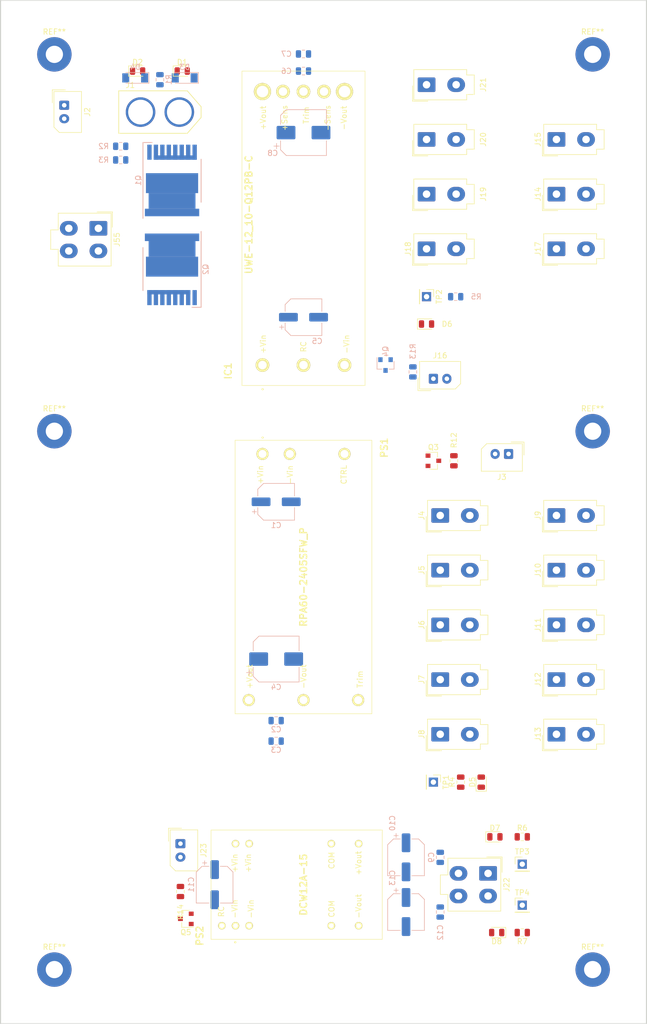
<source format=kicad_pcb>
(kicad_pcb (version 20171130) (host pcbnew "(5.0.2)-1")
  (layers (0 F.Cu signal) (31 B.Cu signal) (34 B.Paste user) (35 F.Paste user) (36 B.SilkS user) (37 F.SilkS user) (38 B.Mask user) (39 F.Mask user) (44 Edge.Cuts user))
  (net 0 "")
  (net 1 -BattDigit)
  (net 2 +BattDigit)
  (net 3 "Net-(C2-Pad1)")
  (net 4 "Net-(C6-Pad1)")
  (net 5 "Net-(C10-Pad1)")
  (net 6 "Net-(C12-Pad2)")
  (net 7 "Net-(D1-Pad2)")
  (net 8 /logika_main/-Batt)
  (net 9 "Net-(D5-Pad1)")
  (net 10 "Net-(D6-Pad2)")
  (net 11 "Net-(D7-Pad2)")
  (net 12 "Net-(D8-Pad1)")
  (net 13 "Net-(IC1-Pad2)")
  (net 14 "Net-(J2-Pad1)")
  (net 15 "Net-(J3-Pad1)")
  (net 16 "Net-(J10-Pad2)")
  (net 17 "Net-(J16-Pad1)")
  (net 18 "Net-(J23-Pad1)")
  (net 19 "Net-(PS1-Pad3)")
  (net 20 "Net-(PS2-Pad1)")
  (net 21 "Net-(Q1-Pad1)")
  (net 22 "Net-(Q1-Pad3)")
  (net 23 "Net-(D2-Pad1)")
  (net 24 "Net-(D3-Pad2)")
  (net 25 "Net-(Q3-Pad1)")
  (net 26 "Net-(Q4-Pad1)")
  (net 27 "Net-(Q5-Pad1)")
  (module MountingHole:MountingHole_3.2mm_M3_Pad (layer F.Cu) (at 135 35)
    (fp_text reference REF** (at 0 -4.2) (layer F.SilkS))
    (fp_text value MountingHole_3.2mm_M3_Pad)
    (pad 1 thru_hole circle (at 0 0) (size 6.4 6.4) (drill 3.2) (layers *.Cu *.Mask))
  )
  (module MountingHole:MountingHole_3.2mm_M3_Pad (layer F.Cu) (at 35 35)
    (fp_text reference REF** (at 0 -4.2) (layer F.SilkS))
    (fp_text value MountingHole_3.2mm_M3_Pad)
    (pad 1 thru_hole circle (at 0 0) (size 6.4 6.4) (drill 3.2) (layers *.Cu *.Mask))
  )
  (module MountingHole:MountingHole_3.2mm_M3_Pad (layer F.Cu) (at 35 105)
    (fp_text reference REF** (at 0 -4.2) (layer F.SilkS))
    (fp_text value MountingHole_3.2mm_M3_Pad)
    (pad 1 thru_hole circle (at 0 0) (size 6.4 6.4) (drill 3.2) (layers *.Cu *.Mask))
  )
  (module MountingHole:MountingHole_3.2mm_M3_Pad (layer F.Cu) (at 135 105)
    (fp_text reference REF** (at 0 -4.2) (layer F.SilkS))
    (fp_text value MountingHole_3.2mm_M3_Pad)
    (pad 1 thru_hole circle (at 0 0) (size 6.4 6.4) (drill 3.2) (layers *.Cu *.Mask))
  )
  (module MountingHole:MountingHole_3.2mm_M3_Pad (layer F.Cu) (at 135 205)
    (fp_text reference REF** (at 0 -4.2) (layer F.SilkS))
    (fp_text value MountingHole_3.2mm_M3_Pad)
    (pad 1 thru_hole circle (at 0 0) (size 6.4 6.4) (drill 3.2) (layers *.Cu *.Mask))
  )
  (module Capacitor_SMD:CP_Elec_6.3x5.4 (layer B.Cu) (at 76.2 118.11)
    (fp_text reference C1 (at 0 4.35) (layer B.SilkS) (effects (justify mirror)))
    (fp_text value 33uF)
    (pad 2 smd roundrect (at 2.8 0) (size 3.5 1.6) (layers B.Cu B.Paste B.Mask) (roundrect_rratio 0.15625) (net 1 -BattDigit))
    (pad 1 smd roundrect (at -2.8 0) (size 3.5 1.6) (layers B.Cu B.Paste B.Mask) (roundrect_rratio 0.15625) (net 2 +BattDigit))
  )
  (module Capacitor_SMD:C_0805_2012Metric (layer B.Cu) (at 76.2 158.75)
    (fp_text reference C2 (at 0 1.65) (layer B.SilkS) (effects (justify mirror)))
    (fp_text value 100nF)
    (pad 2 smd roundrect (at 0.9375 0) (size 0.975 1.4) (layers B.Cu B.Paste B.Mask) (net 1 -BattDigit))
    (pad 1 smd roundrect (at -0.9375 0) (size 0.975 1.4) (layers B.Cu B.Paste B.Mask) (net 3 "Net-(C2-Pad1)"))
  )
  (module Capacitor_SMD:C_0805_2012Metric (layer B.Cu) (at 76.2 162.56)
    (fp_text reference C3 (at 0 1.65) (layer B.SilkS) (effects (justify mirror)))
    (fp_text value 10uF)
    (pad 1 smd roundrect (at -0.9375 0) (size 0.975 1.4) (layers B.Cu B.Paste B.Mask) (net 3 "Net-(C2-Pad1)"))
    (pad 2 smd roundrect (at 0.9375 0) (size 0.975 1.4) (layers B.Cu B.Paste B.Mask) (net 1 -BattDigit))
  )
  (module Capacitor_SMD:CP_Elec_8x10 (layer B.Cu) (at 76.2 147.32)
    (fp_text reference C4 (at 0 5.2) (layer B.SilkS) (effects (justify mirror)))
    (fp_text value 200uF)
    (pad 1 smd roundrect (at -3.25 0) (size 3.5 2.5) (layers B.Cu B.Paste B.Mask) (roundrect_rratio 0.1) (net 3 "Net-(C2-Pad1)"))
    (pad 2 smd roundrect (at 3.25 0) (size 3.5 2.5) (layers B.Cu B.Paste B.Mask) (roundrect_rratio 0.1) (net 1 -BattDigit))
  )
  (module Capacitor_SMD:CP_Elec_6.3x5.4 (layer B.Cu) (at 81.28 83.82)
    (fp_text reference C5 (at 2.54 4.445) (layer B.SilkS) (effects (justify mirror)))
    (fp_text value 33uF)
    (pad 1 smd roundrect (at -2.8 0) (size 3.5 1.6) (layers B.Cu B.Paste B.Mask) (roundrect_rratio 0.15625) (net 2 +BattDigit))
    (pad 2 smd roundrect (at 2.8 0) (size 3.5 1.6) (layers B.Cu B.Paste B.Mask) (roundrect_rratio 0.15625) (net 1 -BattDigit))
  )
  (module Capacitor_SMD:C_0805_2012Metric (layer B.Cu) (at 81.28 38.1)
    (fp_text reference C6 (at -3.175 0) (layer B.SilkS) (effects (justify mirror)))
    (fp_text value 100nF)
    (pad 2 smd roundrect (at 0.9375 0) (size 0.975 1.4) (layers B.Cu B.Paste B.Mask) (net 1 -BattDigit))
    (pad 1 smd roundrect (at -0.9375 0) (size 0.975 1.4) (layers B.Cu B.Paste B.Mask) (net 4 "Net-(C6-Pad1)"))
  )
  (module Capacitor_SMD:C_0805_2012Metric (layer B.Cu) (at 81.28 34.925)
    (fp_text reference C7 (at -3.175 0) (layer B.SilkS) (effects (justify mirror)))
    (fp_text value 10uF)
    (pad 1 smd roundrect (at -0.9375 0) (size 0.975 1.4) (layers B.Cu B.Paste B.Mask) (net 4 "Net-(C6-Pad1)"))
    (pad 2 smd roundrect (at 0.9375 0) (size 0.975 1.4) (layers B.Cu B.Paste B.Mask) (net 1 -BattDigit))
  )
  (module Capacitor_SMD:CP_Elec_8x10 (layer B.Cu) (at 81.28 49.53)
    (fp_text reference C8 (at -5.715 3.81) (layer B.SilkS) (effects (justify mirror)))
    (fp_text value 200uF)
    (pad 1 smd roundrect (at -3.25 0) (size 3.5 2.5) (layers B.Cu B.Paste B.Mask) (roundrect_rratio 0.1) (net 4 "Net-(C6-Pad1)"))
    (pad 2 smd roundrect (at 3.25 0) (size 3.5 2.5) (layers B.Cu B.Paste B.Mask) (roundrect_rratio 0.1) (net 1 -BattDigit))
  )
  (module Capacitor_SMD:C_0805_2012Metric (layer B.Cu) (at 106.68 184.15 270)
    (fp_text reference C9 (at 0 1.65 270) (layer B.SilkS) (effects (justify mirror)))
    (fp_text value 100nF)
    (pad 1 smd roundrect (at -0.9375 0 270) (size 0.975 1.4) (layers B.Cu B.Paste B.Mask) (net 5 "Net-(C10-Pad1)"))
    (pad 2 smd roundrect (at 0.9375 0 270) (size 0.975 1.4) (layers B.Cu B.Paste B.Mask) (net 1 -BattDigit))
  )
  (module Capacitor_SMD:CP_Elec_6.3x7.7 (layer B.Cu) (at 100.33 184.15 270)
    (fp_text reference C10 (at -6.35 2.54 270) (layer B.SilkS) (effects (justify mirror)))
    (fp_text value 100uF)
    (pad 2 smd roundrect (at 2.7 0 270) (size 3.5 1.6) (layers B.Cu B.Paste B.Mask) (roundrect_rratio 0.15625) (net 1 -BattDigit))
    (pad 1 smd roundrect (at -2.7 0 270) (size 3.5 1.6) (layers B.Cu B.Paste B.Mask) (roundrect_rratio 0.15625) (net 5 "Net-(C10-Pad1)"))
  )
  (module Capacitor_SMD:CP_Elec_6.3x5.4 (layer B.Cu) (at 64.77 189.23 270)
    (fp_text reference C11 (at 0 4.35 270) (layer B.SilkS) (effects (justify mirror)))
    (fp_text value 33uF)
    (pad 2 smd roundrect (at 2.8 0 270) (size 3.5 1.6) (layers B.Cu B.Paste B.Mask) (roundrect_rratio 0.15625) (net 1 -BattDigit))
    (pad 1 smd roundrect (at -2.8 0 270) (size 3.5 1.6) (layers B.Cu B.Paste B.Mask) (roundrect_rratio 0.15625) (net 2 +BattDigit))
  )
  (module Capacitor_SMD:C_0805_2012Metric (layer B.Cu) (at 106.68 194.31 270)
    (fp_text reference C12 (at 3.81 0 270) (layer B.SilkS) (effects (justify mirror)))
    (fp_text value 100nF)
    (pad 2 smd roundrect (at 0.9375 0 270) (size 0.975 1.4) (layers B.Cu B.Paste B.Mask) (net 6 "Net-(C12-Pad2)"))
    (pad 1 smd roundrect (at -0.9375 0 270) (size 0.975 1.4) (layers B.Cu B.Paste B.Mask) (net 1 -BattDigit))
  )
  (module Capacitor_SMD:CP_Elec_6.3x7.7 (layer B.Cu) (at 100.33 194.31 270)
    (fp_text reference C13 (at -6.35 2.54 270) (layer B.SilkS) (effects (justify mirror)))
    (fp_text value 100uF)
    (pad 1 smd roundrect (at -2.7 0 270) (size 3.5 1.6) (layers B.Cu B.Paste B.Mask) (roundrect_rratio 0.15625) (net 1 -BattDigit))
    (pad 2 smd roundrect (at 2.7 0 270) (size 3.5 1.6) (layers B.Cu B.Paste B.Mask) (roundrect_rratio 0.15625) (net 6 "Net-(C12-Pad2)"))
  )
  (module LED_SMD:LED_0805_2012Metric (layer F.Cu) (at 58.7525 38.1)
    (fp_text reference D1 (at 0 -1.65) (layer F.SilkS))
    (fp_text value LED_G)
    (pad 1 smd roundrect (at -0.9375 0) (size 0.975 1.4) (layers F.Cu F.Paste F.Mask) (net 8 /logika_main/-Batt))
    (pad 2 smd roundrect (at 0.9375 0) (size 0.975 1.4) (layers F.Cu F.Paste F.Mask) (net 7 "Net-(D1-Pad2)"))
  )
  (module LED_SMD:LED_0805_2012Metric (layer F.Cu) (at 50.4675 38.1)
    (fp_text reference D2 (at 0 -1.65) (layer F.SilkS))
    (fp_text value LED_R)
    (pad 2 smd roundrect (at 0.9375 0) (size 0.975 1.4) (layers F.Cu F.Paste F.Mask) (net 8 /logika_main/-Batt))
    (pad 1 smd roundrect (at -0.9375 0) (size 0.975 1.4) (layers F.Cu F.Paste F.Mask) (net 23 "Net-(D2-Pad1)"))
  )
  (module Diode_SMD:D_MiniMELF (layer B.Cu) (at 59.21 39.37 180)
    (fp_text reference D3 (at 0 2 180) (layer B.SilkS) (effects (justify mirror)))
    (fp_text value BAT48)
    (pad 2 smd rect (at 1.75 0 180) (size 1.3 1.7) (layers B.Cu B.Paste B.Mask) (net 24 "Net-(D3-Pad2)"))
    (pad 1 smd rect (at -1.75 0 180) (size 1.3 1.7) (layers B.Cu B.Paste B.Mask) (net 7 "Net-(D1-Pad2)"))
  )
  (module Diode_SMD:D_MiniMELF (layer B.Cu) (at 50.01 39.37 180)
    (fp_text reference D4 (at 0 2 180) (layer B.SilkS) (effects (justify mirror)))
    (fp_text value BAT48)
    (pad 2 smd rect (at 1.75 0 180) (size 1.3 1.7) (layers B.Cu B.Paste B.Mask) (net 23 "Net-(D2-Pad1)"))
    (pad 1 smd rect (at -1.75 0 180) (size 1.3 1.7) (layers B.Cu B.Paste B.Mask) (net 24 "Net-(D3-Pad2)"))
  )
  (module LED_SMD:LED_0805_2012Metric (layer F.Cu) (at 114.3 170.18 90)
    (fp_text reference D5 (at 0 -1.65 90) (layer F.SilkS))
    (fp_text value LED_B)
    (pad 1 smd roundrect (at -0.9375 0 90) (size 0.975 1.4) (layers F.Cu F.Paste F.Mask) (net 9 "Net-(D5-Pad1)"))
    (pad 2 smd roundrect (at 0.9375 0 90) (size 0.975 1.4) (layers F.Cu F.Paste F.Mask) (net 3 "Net-(C2-Pad1)"))
  )
  (module LED_SMD:LED_0805_2012Metric (layer F.Cu) (at 104.14 85.09)
    (fp_text reference D6 (at 3.81 0) (layer F.SilkS))
    (fp_text value LED_B)
    (pad 2 smd roundrect (at 0.9375 0) (size 0.975 1.4) (layers F.Cu F.Paste F.Mask) (net 10 "Net-(D6-Pad2)"))
    (pad 1 smd roundrect (at -0.9375 0) (size 0.975 1.4) (layers F.Cu F.Paste F.Mask) (net 1 -BattDigit))
  )
  (module LED_SMD:LED_0805_2012Metric (layer F.Cu) (at 116.84 180.34)
    (fp_text reference D7 (at 0 -1.65) (layer F.SilkS))
    (fp_text value LED_B)
    (pad 1 smd roundrect (at -0.9375 0) (size 0.975 1.4) (layers F.Cu F.Paste F.Mask) (net 1 -BattDigit))
    (pad 2 smd roundrect (at 0.9375 0) (size 0.975 1.4) (layers F.Cu F.Paste F.Mask) (net 11 "Net-(D7-Pad2)"))
  )
  (module LED_SMD:LED_0805_2012Metric (layer F.Cu) (at 117.1725 198.12 180)
    (fp_text reference D8 (at 0 -1.65 180) (layer F.SilkS))
    (fp_text value LED_B)
    (pad 1 smd roundrect (at -0.9375 0 180) (size 0.975 1.4) (layers F.Cu F.Paste F.Mask) (net 12 "Net-(D8-Pad1)"))
    (pad 2 smd roundrect (at 0.9375 0 180) (size 0.975 1.4) (layers F.Cu F.Paste F.Mask) (net 1 -BattDigit))
  )
  (module UWE-12_10-Q12P-C:UWE-12_10-Q12P-C (layer F.Cu) (at 81.28 67.31 90)
    (fp_text reference IC1 (at -26.5 -14 90) (layer F.SilkS) (effects (font (size 1.27 1.27) (thickness 0.254))))
    (fp_text value UWE-12_10-Q12PB-C (at 2.54 -10.16 90) (layer F.SilkS) (effects (font (size 1.27 1.27) (thickness 0.254))))
    (fp_text user Trim (at 21 0.5 90) (layer F.SilkS))
    (fp_text user -Sens (at 20.5 4.5 90) (layer F.SilkS))
    (fp_text user +Sens (at 20.5 -3.5 90) (layer F.SilkS))
    (fp_text user +Vout (at 20.5 -7.5 90) (layer F.SilkS))
    (fp_text user -Vout (at 20.5 7.5 90) (layer F.SilkS))
    (fp_text user RC (at -22 0 90) (layer F.SilkS))
    (fp_text user -Vin (at -21.5 8 90) (layer F.SilkS))
    (fp_text user +Vin (at -21.5 -7.5 90) (layer F.SilkS))
    (pad 8 thru_hole circle (at 25.4 -7.62 180) (size 3.2 3.2) (drill 2.1336) (layers *.Cu *.Mask F.SilkS) (net 4 "Net-(C6-Pad1)"))
    (pad 7 thru_hole circle (at 25.4 -3.81 180) (size 2.54 2.54) (drill 1.5748) (layers *.Cu *.Mask F.SilkS) (net 4 "Net-(C6-Pad1)"))
    (pad 6 thru_hole circle (at 25.4 0 180) (size 2.54 2.54) (drill 1.5748) (layers *.Cu *.Mask F.SilkS))
    (pad 5 thru_hole circle (at 25.4 3.81 180) (size 2.54 2.54) (drill 1.5748) (layers *.Cu *.Mask F.SilkS) (net 1 -BattDigit))
    (pad 4 thru_hole circle (at 25.4 7.62 180) (size 3.2 3.2) (drill 2.1336) (layers *.Cu *.Mask F.SilkS) (net 1 -BattDigit))
    (pad 3 thru_hole circle (at -25.4 7.62 180) (size 2.54 2.54) (drill 1.5748) (layers *.Cu *.Mask F.SilkS) (net 1 -BattDigit))
    (pad 2 thru_hole circle (at -25.4 0 180) (size 2.54 2.54) (drill 1.5748) (layers *.Cu *.Mask F.SilkS) (net 13 "Net-(IC1-Pad2)"))
    (pad 1 thru_hole circle (at -25.4 -7.62 180) (size 2.54 2.54) (drill 1.5748) (layers *.Cu *.Mask F.SilkS) (net 2 +BattDigit))
  )
  (module power_connectors:XT60UPB-M (layer F.Cu) (at 54.61 45.72)
    (fp_text reference J1 (at -5.5 -5) (layer F.SilkS))
    (fp_text value "Battery digital")
    (pad 1 thru_hole circle (at -3.6 0) (size 5.5 5.5) (drill 4.6) (layers *.Cu *.Mask) (net 2 +BattDigit))
    (pad 2 thru_hole circle (at 3.6 0) (size 5.5 5.5) (drill 4.6) (layers *.Cu *.Mask) (net 8 /logika_main/-Batt))
  )
  (module Connector_Molex:Molex_SPOX_5267-02A_1x02_P2.50mm_Vertical (layer F.Cu) (at 36.83 44.45 270)
    (fp_text reference J2 (at 1.25 -4.3 270) (layer F.SilkS))
    (fp_text value "Reed switch")
    (pad 1 thru_hole roundrect (at 0 0 270) (size 1.7 1.85) (drill 0.85) (layers *.Cu *.Mask) (roundrect_rratio 0.147059) (net 14 "Net-(J2-Pad1)"))
    (pad 2 thru_hole oval (at 2.5 0 270) (size 1.7 1.85) (drill 0.85) (layers *.Cu *.Mask) (net 2 +BattDigit))
  )
  (module Connector_Molex:Molex_Mini-Fit_Jr_5566-04A_2x02_P4.20mm_Vertical (layer F.Cu) (at 115.57 187.13 270)
    (fp_text reference J22 (at 2.1 -3.45 270) (layer F.SilkS))
    (fp_text value hydrofony)
    (pad 1 thru_hole roundrect (at 0 0 270) (size 2.7 3.3) (drill 1.4) (layers *.Cu *.Mask) (roundrect_rratio 0.09259299999999999) (net 5 "Net-(C10-Pad1)"))
    (pad 2 thru_hole oval (at 4.2 0 270) (size 2.7 3.3) (drill 1.4) (layers *.Cu *.Mask) (net 6 "Net-(C12-Pad2)"))
    (pad 3 thru_hole oval (at 0 5.5 270) (size 2.7 3.3) (drill 1.4) (layers *.Cu *.Mask) (net 1 -BattDigit))
    (pad 4 thru_hole oval (at 4.2 5.5 270) (size 2.7 3.3) (drill 1.4) (layers *.Cu *.Mask) (net 1 -BattDigit))
  )
  (module Connector_Molex:Molex_Mini-Fit_Jr_5566-04A_2x02_P4.20mm_Vertical (layer F.Cu) (at 43.18 67.31 270)
    (fp_text reference J55 (at 2.1 -3.45 270) (layer F.SilkS))
    (fp_text value LP_OUT)
    (pad 4 thru_hole oval (at 4.2 5.5 270) (size 2.7 3.3) (drill 1.4) (layers *.Cu *.Mask) (net 1 -BattDigit))
    (pad 3 thru_hole oval (at 0 5.5 270) (size 2.7 3.3) (drill 1.4) (layers *.Cu *.Mask) (net 1 -BattDigit))
    (pad 2 thru_hole oval (at 4.2 0 270) (size 2.7 3.3) (drill 1.4) (layers *.Cu *.Mask) (net 2 +BattDigit))
    (pad 1 thru_hole roundrect (at 0 0 270) (size 2.7 3.3) (drill 1.4) (layers *.Cu *.Mask) (roundrect_rratio 0.09259299999999999) (net 2 +BattDigit))
  )
  (module RPA60-2405SFW_P:RPA60-2405SFW_P (layer F.Cu) (at 81.28 132.08 270)
    (fp_text reference PS1 (at -24 -15 270) (layer F.SilkS) (effects (font (size 1.27 1.27) (thickness 0.254))))
    (fp_text value RPA60-2405SFW_P (at 0 0 270) (layer F.SilkS) (effects (font (size 1.27 1.27) (thickness 0.254))))
    (fp_text user +Vin (at -19 8 270) (layer F.SilkS))
    (fp_text user -Vin (at -19 2.5 270) (layer F.SilkS))
    (fp_text user CTRL (at -19 -7.5 270) (layer F.SilkS))
    (fp_text user Trim (at 19 -10.5 270) (layer F.SilkS))
    (fp_text user -Vout (at 18.5 0 270) (layer F.SilkS))
    (fp_text user +Vout (at 18.5 10 270) (layer F.SilkS))
    (pad 1 thru_hole circle (at -22.86 7.62) (size 2.25 2.25) (drill 1.5) (layers *.Cu *.Mask F.SilkS) (net 2 +BattDigit))
    (pad 2 thru_hole circle (at -22.86 2.54) (size 2.25 2.25) (drill 1.5) (layers *.Cu *.Mask F.SilkS) (net 1 -BattDigit))
    (pad 3 thru_hole circle (at -22.86 -7.62) (size 2.25 2.25) (drill 1.5) (layers *.Cu *.Mask F.SilkS) (net 19 "Net-(PS1-Pad3)"))
    (pad 4 thru_hole circle (at 22.86 -10.16) (size 2.25 2.25) (drill 1.5) (layers *.Cu *.Mask F.SilkS))
    (pad 5 thru_hole circle (at 22.86 0) (size 2.25 2.25) (drill 1.5) (layers *.Cu *.Mask F.SilkS) (net 1 -BattDigit))
    (pad 6 thru_hole circle (at 22.86 10.16) (size 2.25 2.25) (drill 1.5) (layers *.Cu *.Mask F.SilkS) (net 3 "Net-(C2-Pad1)"))
  )
  (module DCW12A-15:DCW12A-15 (layer F.Cu) (at 80.01 189.23 90)
    (fp_text reference PS2 (at -9.5 -18 90) (layer F.SilkS) (effects (font (size 1.27 1.27) (thickness 0.254))))
    (fp_text value DCW12A-15 (at 0 1.27 90) (layer F.SilkS) (effects (font (size 1.27 1.27) (thickness 0.254))))
    (fp_text user RC (at -5 -14 90) (layer F.SilkS))
    (fp_text user -Vin (at -4.5 -11.5 90) (layer F.SilkS))
    (fp_text user -Vin (at -4.5 -8.5 90) (layer F.SilkS))
    (fp_text user +Vin (at 4 -11.5 90) (layer F.SilkS))
    (fp_text user +Vin (at 4 -9 90) (layer F.SilkS))
    (fp_text user COM (at -4.5 6.5 90) (layer F.SilkS))
    (fp_text user COM (at 4.5 6.5 90) (layer F.SilkS))
    (fp_text user -Vout (at -4 11.5 90) (layer F.SilkS))
    (fp_text user +Vout (at 4 11.5 90) (layer F.SilkS))
    (pad 2 thru_hole circle (at -7.62 -11.36 180) (size 1.4 1.4) (drill 0.9) (layers *.Cu *.Mask F.SilkS) (net 1 -BattDigit))
    (pad 3 thru_hole circle (at -7.62 -8.82 180) (size 1.4 1.4) (drill 0.9) (layers *.Cu *.Mask F.SilkS) (net 1 -BattDigit))
    (pad 9 thru_hole circle (at -7.62 6.44 180) (size 1.4 1.4) (drill 0.9) (layers *.Cu *.Mask F.SilkS) (net 1 -BattDigit))
    (pad 11 thru_hole circle (at -7.62 11.52 180) (size 1.4 1.4) (drill 0.9) (layers *.Cu *.Mask F.SilkS) (net 6 "Net-(C12-Pad2)"))
    (pad 14 thru_hole circle (at 7.62 11.52 180) (size 1.4 1.4) (drill 0.9) (layers *.Cu *.Mask F.SilkS) (net 5 "Net-(C10-Pad1)"))
    (pad 16 thru_hole circle (at 7.62 6.44 180) (size 1.4 1.4) (drill 0.9) (layers *.Cu *.Mask F.SilkS) (net 1 -BattDigit))
    (pad 22 thru_hole circle (at 7.62 -8.82 180) (size 1.4 1.4) (drill 0.9) (layers *.Cu *.Mask F.SilkS) (net 2 +BattDigit))
    (pad 23 thru_hole circle (at 7.62 -11.36 180) (size 1.4 1.4) (drill 0.9) (layers *.Cu *.Mask F.SilkS) (net 2 +BattDigit))
    (pad 1 thru_hole circle (at -7.62 -13.9 180) (size 1.4 1.4) (drill 0.9) (layers *.Cu *.Mask F.SilkS) (net 20 "Net-(PS2-Pad1)"))
  )
  (module Package_TO_SOT_SMD:Infineon_PG-HSOF-8-1 (layer B.Cu) (at 56.860804 58.42 270)
    (fp_text reference Q1 (at 0 6.25 270) (layer B.SilkS) (effects (justify mirror)))
    (fp_text value IPT004N03L)
    (pad 2 smd rect (at -4.25 -0.6) (size 8 0.8) (layers B.Cu B.Mask) (net 8 /logika_main/-Batt))
    (pad 1 smd rect (at -5.25 4.2) (size 0.8 2.8) (layers B.Cu B.Paste B.Mask) (net 21 "Net-(Q1-Pad1)"))
    (pad 2 smd rect (at -5.25 3) (size 0.8 2.8) (layers B.Cu B.Paste B.Mask) (net 8 /logika_main/-Batt))
    (pad 2 smd rect (at -5.25 1.8) (size 0.8 2.8) (layers B.Cu B.Paste B.Mask) (net 8 /logika_main/-Batt))
    (pad 2 smd rect (at -5.25 -4.2) (size 0.8 2.8) (layers B.Cu B.Paste B.Mask) (net 8 /logika_main/-Batt))
    (pad 2 smd rect (at -5.25 -3) (size 0.8 2.8) (layers B.Cu B.Paste B.Mask) (net 8 /logika_main/-Batt))
    (pad 2 smd rect (at -5.25 -1.8) (size 0.8 2.8) (layers B.Cu B.Paste B.Mask) (net 8 /logika_main/-Batt))
    (pad 2 smd rect (at -5.25 -0.6) (size 0.8 2.8) (layers B.Cu B.Paste B.Mask) (net 8 /logika_main/-Batt))
    (pad 2 smd rect (at -5.25 0.6) (size 0.8 2.8) (layers B.Cu B.Paste B.Mask) (net 8 /logika_main/-Batt))
    (pad 3 smd rect (at 0.5 0) (size 9.7 3.7) (layers B.Cu B.Mask) (net 22 "Net-(Q1-Pad3)"))
    (pad 3 smd rect (at 3.8 0) (size 8.7 2.9) (layers B.Cu B.Mask) (net 22 "Net-(Q1-Pad3)"))
    (pad 3 smd rect (at 5.95 0) (size 10.1 1.4) (layers B.Cu B.Mask) (net 22 "Net-(Q1-Pad3)"))
  )
  (module Package_TO_SOT_SMD:Infineon_PG-HSOF-8-1 (layer B.Cu) (at 56.860804 74.93 90)
    (fp_text reference Q2 (at 0 6.25 90) (layer B.SilkS) (effects (justify mirror)))
    (fp_text value IPT004N03L)
    (pad 2 smd rect (at -4.25 -0.6 180) (size 8 0.8) (layers B.Cu B.Mask) (net 1 -BattDigit))
    (pad 1 smd rect (at -5.25 4.2 180) (size 0.8 2.8) (layers B.Cu B.Paste B.Mask) (net 2 +BattDigit))
    (pad 2 smd rect (at -5.25 3 180) (size 0.8 2.8) (layers B.Cu B.Paste B.Mask) (net 1 -BattDigit))
    (pad 2 smd rect (at -5.25 1.8 180) (size 0.8 2.8) (layers B.Cu B.Paste B.Mask) (net 1 -BattDigit))
    (pad 2 smd rect (at -5.25 -4.2 180) (size 0.8 2.8) (layers B.Cu B.Paste B.Mask) (net 1 -BattDigit))
    (pad 2 smd rect (at -5.25 -3 180) (size 0.8 2.8) (layers B.Cu B.Paste B.Mask) (net 1 -BattDigit))
    (pad 2 smd rect (at -5.25 -1.8 180) (size 0.8 2.8) (layers B.Cu B.Paste B.Mask) (net 1 -BattDigit))
    (pad 2 smd rect (at -5.25 -0.6 180) (size 0.8 2.8) (layers B.Cu B.Paste B.Mask) (net 1 -BattDigit))
    (pad 2 smd rect (at -5.25 0.6 180) (size 0.8 2.8) (layers B.Cu B.Paste B.Mask) (net 1 -BattDigit))
    (pad 3 smd rect (at 0.5 0 180) (size 9.7 3.7) (layers B.Cu B.Mask) (net 22 "Net-(Q1-Pad3)"))
    (pad 3 smd rect (at 3.8 0 180) (size 8.7 2.9) (layers B.Cu B.Mask) (net 22 "Net-(Q1-Pad3)"))
    (pad 3 smd rect (at 5.95 0 180) (size 10.1 1.4) (layers B.Cu B.Mask) (net 22 "Net-(Q1-Pad3)"))
  )
  (module Package_TO_SOT_SMD:SOT-23 (layer F.Cu) (at 105.41 110.49)
    (fp_text reference Q3 (at 0 -2.5) (layer F.SilkS))
    (fp_text value BC847A)
    (pad 1 smd rect (at -1 -0.95) (size 0.9 0.8) (layers F.Cu F.Paste F.Mask) (net 25 "Net-(Q3-Pad1)"))
    (pad 2 smd rect (at -1 0.95) (size 0.9 0.8) (layers F.Cu F.Paste F.Mask) (net 1 -BattDigit))
    (pad 3 smd rect (at 1 0) (size 0.9 0.8) (layers F.Cu F.Paste F.Mask) (net 19 "Net-(PS1-Pad3)"))
  )
  (module Package_TO_SOT_SMD:SOT-23 (layer B.Cu) (at 96.52 92.71 270)
    (fp_text reference Q4 (at -2.54 0 270) (layer B.SilkS) (effects (justify mirror)))
    (fp_text value BC847A)
    (pad 3 smd rect (at 1 0 270) (size 0.9 0.8) (layers B.Cu B.Paste B.Mask) (net 13 "Net-(IC1-Pad2)"))
    (pad 2 smd rect (at -1 -0.95 270) (size 0.9 0.8) (layers B.Cu B.Paste B.Mask) (net 1 -BattDigit))
    (pad 1 smd rect (at -1 0.95 270) (size 0.9 0.8) (layers B.Cu B.Paste B.Mask) (net 26 "Net-(Q4-Pad1)"))
  )
  (module Package_TO_SOT_SMD:SOT-23 (layer F.Cu) (at 59.42 195.58 180)
    (fp_text reference Q5 (at 0 -2.5 180) (layer F.SilkS))
    (fp_text value BC847A)
    (pad 1 smd rect (at -1 -0.95 180) (size 0.9 0.8) (layers F.Cu F.Paste F.Mask) (net 27 "Net-(Q5-Pad1)"))
    (pad 2 smd rect (at -1 0.95 180) (size 0.9 0.8) (layers F.Cu F.Paste F.Mask) (net 1 -BattDigit))
    (pad 3 smd rect (at 1 0 180) (size 0.9 0.8) (layers F.Cu F.Paste F.Mask) (net 20 "Net-(PS2-Pad1)"))
  )
  (module Resistor_SMD:R_0805_2012Metric (layer B.Cu) (at 54.61 39.7025 90)
    (fp_text reference R1 (at 0 1.65 90) (layer B.SilkS) (effects (justify mirror)))
    (fp_text value 3k)
    (pad 2 smd roundrect (at 0.9375 0 90) (size 0.975 1.4) (layers B.Cu B.Paste B.Mask) (net 24 "Net-(D3-Pad2)"))
    (pad 1 smd roundrect (at -0.9375 0 90) (size 0.975 1.4) (layers B.Cu B.Paste B.Mask) (net 2 +BattDigit))
  )
  (module Resistor_SMD:R_0805_2012Metric (layer B.Cu) (at 47.3225 52.07)
    (fp_text reference R2 (at -3.175 0) (layer B.SilkS) (effects (justify mirror)))
    (fp_text value 100)
    (pad 1 smd roundrect (at -0.9375 0) (size 0.975 1.4) (layers B.Cu B.Paste B.Mask) (net 14 "Net-(J2-Pad1)"))
    (pad 2 smd roundrect (at 0.9375 0) (size 0.975 1.4) (layers B.Cu B.Paste B.Mask) (net 21 "Net-(Q1-Pad1)"))
  )
  (module Resistor_SMD:R_0805_2012Metric (layer B.Cu) (at 47.3225 54.61 180)
    (fp_text reference R3 (at 3.175 0 180) (layer B.SilkS) (effects (justify mirror)))
    (fp_text value 10k)
    (pad 1 smd roundrect (at -0.9375 0 180) (size 0.975 1.4) (layers B.Cu B.Paste B.Mask) (net 21 "Net-(Q1-Pad1)"))
    (pad 2 smd roundrect (at 0.9375 0 180) (size 0.975 1.4) (layers B.Cu B.Paste B.Mask) (net 8 /logika_main/-Batt))
  )
  (module Resistor_SMD:R_0805_2012Metric (layer F.Cu) (at 110.49 170.18 90)
    (fp_text reference R4 (at 0 -1.65 90) (layer F.SilkS))
    (fp_text value 400)
    (pad 2 smd roundrect (at 0.9375 0 90) (size 0.975 1.4) (layers F.Cu F.Paste F.Mask) (net 1 -BattDigit))
    (pad 1 smd roundrect (at -0.9375 0 90) (size 0.975 1.4) (layers F.Cu F.Paste F.Mask) (net 9 "Net-(D5-Pad1)"))
  )
  (module Resistor_SMD:R_0805_2012Metric (layer B.Cu) (at 109.5525 80.01 180)
    (fp_text reference R5 (at -3.81 0 180) (layer B.SilkS) (effects (justify mirror)))
    (fp_text value 1k8)
    (pad 1 smd roundrect (at -0.9375 0 180) (size 0.975 1.4) (layers B.Cu B.Paste B.Mask) (net 10 "Net-(D6-Pad2)"))
    (pad 2 smd roundrect (at 0.9375 0 180) (size 0.975 1.4) (layers B.Cu B.Paste B.Mask) (net 4 "Net-(C6-Pad1)"))
  )
  (module Resistor_SMD:R_0805_2012Metric (layer F.Cu) (at 121.92 180.34)
    (fp_text reference R6 (at 0 -1.65) (layer F.SilkS))
    (fp_text value 2k4)
    (pad 2 smd roundrect (at 0.9375 0) (size 0.975 1.4) (layers F.Cu F.Paste F.Mask) (net 5 "Net-(C10-Pad1)"))
    (pad 1 smd roundrect (at -0.9375 0) (size 0.975 1.4) (layers F.Cu F.Paste F.Mask) (net 11 "Net-(D7-Pad2)"))
  )
  (module Resistor_SMD:R_0805_2012Metric (layer F.Cu) (at 121.92 198.12 180)
    (fp_text reference R7 (at 0 -1.65 180) (layer F.SilkS))
    (fp_text value 2k4)
    (pad 1 smd roundrect (at -0.9375 0 180) (size 0.975 1.4) (layers F.Cu F.Paste F.Mask) (net 6 "Net-(C12-Pad2)"))
    (pad 2 smd roundrect (at 0.9375 0 180) (size 0.975 1.4) (layers F.Cu F.Paste F.Mask) (net 12 "Net-(D8-Pad1)"))
  )
  (module Connector_PinHeader_2.54mm:PinHeader_1x01_P2.54mm_Vertical (layer F.Cu) (at 105.41 170.18 270)
    (fp_text reference TP1 (at 0 -2.33 270) (layer F.SilkS))
    (fp_text value D_5V)
    (pad 1 thru_hole rect (at 0 0 270) (size 1.7 1.7) (drill 1) (layers *.Cu *.Mask) (net 3 "Net-(C2-Pad1)"))
  )
  (module Connector_PinHeader_2.54mm:PinHeader_1x01_P2.54mm_Vertical (layer F.Cu) (at 104.14 80.01 270)
    (fp_text reference TP2 (at 0 -2.33 270) (layer F.SilkS))
    (fp_text value D_12V)
    (pad 1 thru_hole rect (at 0 0 270) (size 1.7 1.7) (drill 1) (layers *.Cu *.Mask) (net 4 "Net-(C6-Pad1)"))
  )
  (module Connector_PinHeader_2.54mm:PinHeader_1x01_P2.54mm_Vertical (layer F.Cu) (at 121.92 185.42)
    (fp_text reference TP3 (at 0 -2.33) (layer F.SilkS))
    (fp_text value D_5V)
    (pad 1 thru_hole rect (at 0 0) (size 1.7 1.7) (drill 1) (layers *.Cu *.Mask) (net 5 "Net-(C10-Pad1)"))
  )
  (module Connector_PinHeader_2.54mm:PinHeader_1x01_P2.54mm_Vertical (layer F.Cu) (at 121.92 193.04)
    (fp_text reference TP4 (at 0 -2.33) (layer F.SilkS))
    (fp_text value D_-5V)
    (pad 1 thru_hole rect (at 0 0) (size 1.7 1.7) (drill 1) (layers *.Cu *.Mask) (net 6 "Net-(C12-Pad2)"))
  )
  (module Connector_Molex:Molex_SPOX_5267-02A_1x02_P2.50mm_Vertical (layer F.Cu) (at 119.38 109.22 180)
    (fp_text reference J3 (at 1.25 -4.3 180) (layer F.SilkS))
    (fp_text value RC_D_5V)
    (pad 1 thru_hole roundrect (at 0 0 180) (size 1.7 1.85) (drill 0.85) (layers *.Cu *.Mask) (roundrect_rratio 0.147059) (net 15 "Net-(J3-Pad1)"))
    (pad 2 thru_hole oval (at 2.5 0 180) (size 1.7 1.85) (drill 0.85) (layers *.Cu *.Mask))
  )
  (module Connector_Molex:Molex_SPOX_5267-02A_1x02_P2.50mm_Vertical (layer F.Cu) (at 105.41 95.25)
    (fp_text reference J16 (at 1.25 -4.3) (layer F.SilkS))
    (fp_text value RC_D_12V)
    (pad 2 thru_hole oval (at 2.5 0) (size 1.7 1.85) (drill 0.85) (layers *.Cu *.Mask))
    (pad 1 thru_hole roundrect (at 0 0) (size 1.7 1.85) (drill 0.85) (layers *.Cu *.Mask) (roundrect_rratio 0.147059) (net 17 "Net-(J16-Pad1)"))
  )
  (module Connector_Molex:Molex_SPOX_5267-02A_1x02_P2.50mm_Vertical (layer F.Cu) (at 58.42 181.61 270)
    (fp_text reference J23 (at 1.25 -4.3 270) (layer F.SilkS))
    (fp_text value RC_D_15V)
    (pad 1 thru_hole roundrect (at 0 0 270) (size 1.7 1.85) (drill 0.85) (layers *.Cu *.Mask) (roundrect_rratio 0.147059) (net 18 "Net-(J23-Pad1)"))
    (pad 2 thru_hole oval (at 2.5 0 270) (size 1.7 1.85) (drill 0.85) (layers *.Cu *.Mask))
  )
  (module Resistor_SMD:R_0805_2012Metric (layer F.Cu) (at 109.22 110.49 270)
    (fp_text reference R12 (at -3.81 0 270) (layer F.SilkS))
    (fp_text value 3k3)
    (pad 1 smd roundrect (at -0.9375 0 270) (size 0.975 1.4) (layers F.Cu F.Paste F.Mask) (net 25 "Net-(Q3-Pad1)"))
    (pad 2 smd roundrect (at 0.9375 0 270) (size 0.975 1.4) (layers F.Cu F.Paste F.Mask) (net 15 "Net-(J3-Pad1)"))
  )
  (module Resistor_SMD:R_0805_2012Metric (layer B.Cu) (at 101.6 93.98 270)
    (fp_text reference R13 (at -3.81 0 270) (layer B.SilkS) (effects (justify mirror)))
    (fp_text value 3k3)
    (pad 1 smd roundrect (at -0.9375 0 270) (size 0.975 1.4) (layers B.Cu B.Paste B.Mask) (net 26 "Net-(Q4-Pad1)"))
    (pad 2 smd roundrect (at 0.9375 0 270) (size 0.975 1.4) (layers B.Cu B.Paste B.Mask) (net 17 "Net-(J16-Pad1)"))
  )
  (module Resistor_SMD:R_0805_2012Metric (layer F.Cu) (at 58.42 190.5 90)
    (fp_text reference R14 (at -3.81 0 90) (layer F.SilkS))
    (fp_text value 3k3)
    (pad 2 smd roundrect (at 0.9375 0 90) (size 0.975 1.4) (layers F.Cu F.Paste F.Mask) (net 18 "Net-(J23-Pad1)"))
    (pad 1 smd roundrect (at -0.9375 0 90) (size 0.975 1.4) (layers F.Cu F.Paste F.Mask) (net 27 "Net-(Q5-Pad1)"))
  )
  (module molex_3d_2pin:Molex_Mini-Fit_Jr_5566-02A_2x01_P4.20mm_Vertical (layer F.Cu) (at 106.68 120.65 90)
    (fp_text reference J4 (at 0 -3.45 90) (layer F.SilkS))
    (fp_text value Manip_SterSil2)
    (pad 2 thru_hole oval (at 0 5.5 90) (size 2.7 3.3) (drill 1.4) (layers *.Cu *.Mask) (net 1 -BattDigit))
    (pad 1 thru_hole roundrect (at 0 0 90) (size 2.7 3.3) (drill 1.4) (layers *.Cu *.Mask) (roundrect_rratio 0.09259299999999999) (net 3 "Net-(C2-Pad1)"))
  )
  (module molex_3d_2pin:Molex_Mini-Fit_Jr_5566-02A_2x01_P4.20mm_Vertical (layer F.Cu) (at 106.68 130.81 90)
    (fp_text reference J5 (at 0 -3.45 90) (layer F.SilkS))
    (fp_text value Manip_SterSil1)
    (pad 1 thru_hole roundrect (at 0 0 90) (size 2.7 3.3) (drill 1.4) (layers *.Cu *.Mask) (roundrect_rratio 0.09259299999999999) (net 3 "Net-(C2-Pad1)"))
    (pad 2 thru_hole oval (at 0 5.5 90) (size 2.7 3.3) (drill 1.4) (layers *.Cu *.Mask) (net 16 "Net-(J10-Pad2)"))
  )
  (module molex_3d_2pin:Molex_Mini-Fit_Jr_5566-02A_2x01_P4.20mm_Vertical (layer F.Cu) (at 106.68 140.97 90)
    (fp_text reference J6 (at 0 -3.45 90) (layer F.SilkS))
    (fp_text value Extra)
    (pad 2 thru_hole oval (at 0 5.5 90) (size 2.7 3.3) (drill 1.4) (layers *.Cu *.Mask) (net 1 -BattDigit))
    (pad 1 thru_hole roundrect (at 0 0 90) (size 2.7 3.3) (drill 1.4) (layers *.Cu *.Mask) (roundrect_rratio 0.09259299999999999) (net 3 "Net-(C2-Pad1)"))
  )
  (module molex_3d_2pin:Molex_Mini-Fit_Jr_5566-02A_2x01_P4.20mm_Vertical (layer F.Cu) (at 106.68 151.13 90)
    (fp_text reference J7 (at 0 -3.45 90) (layer F.SilkS))
    (fp_text value Extra)
    (pad 2 thru_hole oval (at 0 5.5 90) (size 2.7 3.3) (drill 1.4) (layers *.Cu *.Mask) (net 1 -BattDigit))
    (pad 1 thru_hole roundrect (at 0 0 90) (size 2.7 3.3) (drill 1.4) (layers *.Cu *.Mask) (roundrect_rratio 0.09259299999999999) (net 3 "Net-(C2-Pad1)"))
  )
  (module molex_3d_2pin:Molex_Mini-Fit_Jr_5566-02A_2x01_P4.20mm_Vertical (layer F.Cu) (at 106.68 161.29 90)
    (fp_text reference J8 (at 0 -3.45 90) (layer F.SilkS))
    (fp_text value STM32)
    (pad 1 thru_hole roundrect (at 0 0 90) (size 2.7 3.3) (drill 1.4) (layers *.Cu *.Mask) (roundrect_rratio 0.09259299999999999) (net 3 "Net-(C2-Pad1)"))
    (pad 2 thru_hole oval (at 0 5.5 90) (size 2.7 3.3) (drill 1.4) (layers *.Cu *.Mask) (net 1 -BattDigit))
  )
  (module molex_3d_2pin:Molex_Mini-Fit_Jr_5566-02A_2x01_P4.20mm_Vertical (layer F.Cu) (at 128.27 120.65 90)
    (fp_text reference J9 (at 0 -3.45 90) (layer F.SilkS))
    (fp_text value RPi)
    (pad 1 thru_hole roundrect (at 0 0 90) (size 2.7 3.3) (drill 1.4) (layers *.Cu *.Mask) (roundrect_rratio 0.09259299999999999) (net 3 "Net-(C2-Pad1)"))
    (pad 2 thru_hole oval (at 0 5.5 90) (size 2.7 3.3) (drill 1.4) (layers *.Cu *.Mask) (net 1 -BattDigit))
  )
  (module molex_3d_2pin:Molex_Mini-Fit_Jr_5566-02A_2x01_P4.20mm_Vertical (layer F.Cu) (at 128.27 130.81 90)
    (fp_text reference J10 (at 0 -3.45 90) (layer F.SilkS))
    (fp_text value Router)
    (pad 2 thru_hole oval (at 0 5.5 90) (size 2.7 3.3) (drill 1.4) (layers *.Cu *.Mask) (net 16 "Net-(J10-Pad2)"))
    (pad 1 thru_hole roundrect (at 0 0 90) (size 2.7 3.3) (drill 1.4) (layers *.Cu *.Mask) (roundrect_rratio 0.09259299999999999) (net 3 "Net-(C2-Pad1)"))
  )
  (module molex_3d_2pin:Molex_Mini-Fit_Jr_5566-02A_2x01_P4.20mm_Vertical (layer F.Cu) (at 128.27 140.97 90)
    (fp_text reference J11 (at 0 -3.45 90) (layer F.SilkS))
    (fp_text value Switch)
    (pad 1 thru_hole roundrect (at 0 0 90) (size 2.7 3.3) (drill 1.4) (layers *.Cu *.Mask) (roundrect_rratio 0.09259299999999999) (net 3 "Net-(C2-Pad1)"))
    (pad 2 thru_hole oval (at 0 5.5 90) (size 2.7 3.3) (drill 1.4) (layers *.Cu *.Mask) (net 1 -BattDigit))
  )
  (module molex_3d_2pin:Molex_Mini-Fit_Jr_5566-02A_2x01_P4.20mm_Vertical (layer F.Cu) (at 128.27 151.13 90)
    (fp_text reference J12 (at 0 -3.45 90) (layer F.SilkS))
    (fp_text value Enko_inkrementalny)
    (pad 2 thru_hole oval (at 0 5.5 90) (size 2.7 3.3) (drill 1.4) (layers *.Cu *.Mask) (net 1 -BattDigit))
    (pad 1 thru_hole roundrect (at 0 0 90) (size 2.7 3.3) (drill 1.4) (layers *.Cu *.Mask) (roundrect_rratio 0.09259299999999999) (net 3 "Net-(C2-Pad1)"))
  )
  (module molex_3d_2pin:Molex_Mini-Fit_Jr_5566-02A_2x01_P4.20mm_Vertical (layer F.Cu) (at 128.27 161.29 90)
    (fp_text reference J13 (at 0 -3.45 90) (layer F.SilkS))
    (fp_text value "Torpedy, hall, laser")
    (pad 2 thru_hole oval (at 0 5.5 90) (size 2.7 3.3) (drill 1.4) (layers *.Cu *.Mask) (net 1 -BattDigit))
    (pad 1 thru_hole roundrect (at 0 0 90) (size 2.7 3.3) (drill 1.4) (layers *.Cu *.Mask) (roundrect_rratio 0.09259299999999999) (net 3 "Net-(C2-Pad1)"))
  )
  (module molex_3d_2pin:Molex_Mini-Fit_Jr_5566-02A_2x01_P4.20mm_Vertical (layer F.Cu) (at 128.27 60.96 90)
    (fp_text reference J14 (at 0 -3.45 90) (layer F.SilkS))
    (fp_text value Enko_absolutny_1)
    (pad 2 thru_hole oval (at 0 5.5 90) (size 2.7 3.3) (drill 1.4) (layers *.Cu *.Mask) (net 1 -BattDigit))
    (pad 1 thru_hole roundrect (at 0 0 90) (size 2.7 3.3) (drill 1.4) (layers *.Cu *.Mask) (roundrect_rratio 0.09259299999999999) (net 4 "Net-(C6-Pad1)"))
  )
  (module molex_3d_2pin:Molex_Mini-Fit_Jr_5566-02A_2x01_P4.20mm_Vertical (layer F.Cu) (at 128.27 50.8 90)
    (fp_text reference J15 (at 0 -3.45 90) (layer F.SilkS))
    (fp_text value Enko_absolutny_2)
    (pad 1 thru_hole roundrect (at 0 0 90) (size 2.7 3.3) (drill 1.4) (layers *.Cu *.Mask) (roundrect_rratio 0.09259299999999999) (net 4 "Net-(C6-Pad1)"))
    (pad 2 thru_hole oval (at 0 5.5 90) (size 2.7 3.3) (drill 1.4) (layers *.Cu *.Mask) (net 1 -BattDigit))
  )
  (module molex_3d_2pin:Molex_Mini-Fit_Jr_5566-02A_2x01_P4.20mm_Vertical (layer F.Cu) (at 128.27 71.12 90)
    (fp_text reference J17 (at 0 -3.45 90) (layer F.SilkS))
    (fp_text value Xavier)
    (pad 2 thru_hole oval (at 0 5.5 90) (size 2.7 3.3) (drill 1.4) (layers *.Cu *.Mask) (net 1 -BattDigit))
    (pad 1 thru_hole roundrect (at 0 0 90) (size 2.7 3.3) (drill 1.4) (layers *.Cu *.Mask) (roundrect_rratio 0.09259299999999999) (net 4 "Net-(C6-Pad1)"))
  )
  (module molex_3d_2pin:Molex_Mini-Fit_Jr_5566-02A_2x01_P4.20mm_Vertical (layer F.Cu) (at 104.14 71.12 90)
    (fp_text reference J18 (at 0 -3.45 90) (layer F.SilkS))
    (fp_text value "Kamera 1")
    (pad 1 thru_hole roundrect (at 0 0 90) (size 2.7 3.3) (drill 1.4) (layers *.Cu *.Mask) (roundrect_rratio 0.09259299999999999) (net 4 "Net-(C6-Pad1)"))
    (pad 2 thru_hole oval (at 0 5.5 90) (size 2.7 3.3) (drill 1.4) (layers *.Cu *.Mask) (net 1 -BattDigit))
  )
  (module molex_3d_2pin:Molex_Mini-Fit_Jr_5566-02A_2x01_P4.20mm_Vertical (layer F.Cu) (at 104.14 60.96 90)
    (fp_text reference J19 (at 0 10.52 90) (layer F.SilkS))
    (fp_text value "Kamera 2")
    (pad 2 thru_hole oval (at 0 5.5 90) (size 2.7 3.3) (drill 1.4) (layers *.Cu *.Mask) (net 1 -BattDigit))
    (pad 1 thru_hole roundrect (at 0 0 90) (size 2.7 3.3) (drill 1.4) (layers *.Cu *.Mask) (roundrect_rratio 0.09259299999999999) (net 4 "Net-(C6-Pad1)"))
  )
  (module molex_3d_2pin:Molex_Mini-Fit_Jr_5566-02A_2x01_P4.20mm_Vertical (layer F.Cu) (at 104.14 50.8 90)
    (fp_text reference J20 (at 0 10.52 90) (layer F.SilkS))
    (fp_text value Extra)
    (pad 1 thru_hole roundrect (at 0 0 90) (size 2.7 3.3) (drill 1.4) (layers *.Cu *.Mask) (roundrect_rratio 0.09259299999999999) (net 4 "Net-(C6-Pad1)"))
    (pad 2 thru_hole oval (at 0 5.5 90) (size 2.7 3.3) (drill 1.4) (layers *.Cu *.Mask) (net 1 -BattDigit))
  )
  (module molex_3d_2pin:Molex_Mini-Fit_Jr_5566-02A_2x01_P4.20mm_Vertical (layer F.Cu) (at 104.14 40.64 90)
    (fp_text reference J21 (at 0 10.52 90) (layer F.SilkS))
    (fp_text value Extra)
    (pad 2 thru_hole oval (at 0 5.5 90) (size 2.7 3.3) (drill 1.4) (layers *.Cu *.Mask) (net 1 -BattDigit))
    (pad 1 thru_hole roundrect (at 0 0 90) (size 2.7 3.3) (drill 1.4) (layers *.Cu *.Mask) (roundrect_rratio 0.09259299999999999) (net 4 "Net-(C6-Pad1)"))
  )
  (module MountingHole:MountingHole_3.2mm_M3_Pad (layer F.Cu) (at 35 205)
    (fp_text reference REF** (at 0 -4.2) (layer F.SilkS))
    (fp_text value MountingHole_3.2mm_M3_Pad)
    (pad 1 thru_hole circle (at 0 0) (size 6.4 6.4) (drill 3.2) (layers *.Cu *.Mask))
  )
  (gr_line (start 145 215) (end 25 215) (layer Edge.Cuts) (width 0.1))
  (gr_line (start 25 215) (end 25 25) (layer Edge.Cuts) (width 0.2))
  (gr_line (start 145 25) (end 145 215) (layer Edge.Cuts) (width 0.2))
  (gr_line (start 25 25) (end 145 25) (layer Edge.Cuts) (width 0.1))
)
</source>
